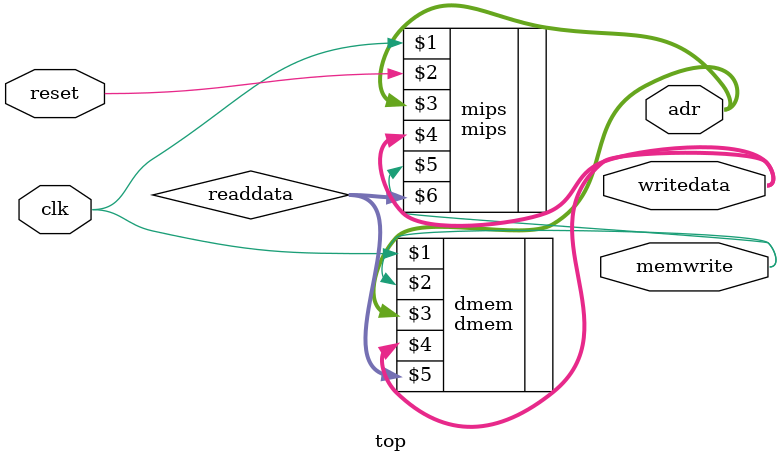
<source format=sv>

module top(input  logic       clk, reset, 
           output logic [31:0] writedata, adr, 
           output logic       memwrite);

  logic [31:0] instr, readdata;
  
  // instantiate processor and memories

  mips mips(clk, reset,adr, writedata,memwrite, readdata);

  //imem imem(pc[7:2], instr);

  dmem dmem(clk, memwrite, adr, writedata, readdata);

endmodule

</source>
